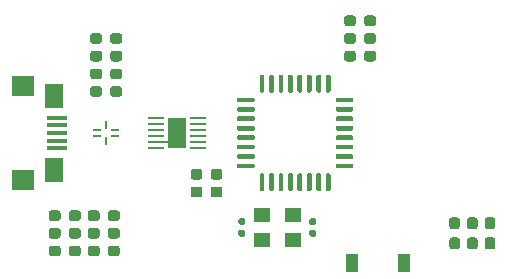
<source format=gtp>
G04 #@! TF.GenerationSoftware,KiCad,Pcbnew,(5.1.9-0-10_14)*
G04 #@! TF.CreationDate,2021-04-11T20:07:46+09:00*
G04 #@! TF.ProjectId,usbCAN,75736243-414e-42e6-9b69-6361645f7063,V1.0*
G04 #@! TF.SameCoordinates,Original*
G04 #@! TF.FileFunction,Paste,Top*
G04 #@! TF.FilePolarity,Positive*
%FSLAX46Y46*%
G04 Gerber Fmt 4.6, Leading zero omitted, Abs format (unit mm)*
G04 Created by KiCad (PCBNEW (5.1.9-0-10_14)) date 2021-04-11 20:07:46*
%MOMM*%
%LPD*%
G01*
G04 APERTURE LIST*
%ADD10R,0.350000X0.150000*%
%ADD11R,1.400000X0.150000*%
%ADD12R,1.500000X2.500000*%
%ADD13R,1.350000X1.200000*%
%ADD14R,0.200000X0.700000*%
%ADD15R,0.675000X0.200000*%
%ADD16R,1.000000X1.600000*%
%ADD17R,1.750000X0.300000*%
%ADD18R,1.600000X2.100000*%
%ADD19R,1.900000X1.800000*%
G04 APERTURE END LIST*
G36*
G01*
X-22350000Y3275000D02*
X-22350000Y3725000D01*
G75*
G02*
X-22125000Y3950000I225000J0D01*
G01*
X-21575000Y3950000D01*
G75*
G02*
X-21350000Y3725000I0J-225000D01*
G01*
X-21350000Y3275000D01*
G75*
G02*
X-21575000Y3050000I-225000J0D01*
G01*
X-22125000Y3050000D01*
G75*
G02*
X-22350000Y3275000I0J225000D01*
G01*
G37*
G36*
G01*
X-20650000Y3275000D02*
X-20650000Y3725000D01*
G75*
G02*
X-20425000Y3950000I225000J0D01*
G01*
X-19875000Y3950000D01*
G75*
G02*
X-19650000Y3725000I0J-225000D01*
G01*
X-19650000Y3275000D01*
G75*
G02*
X-19875000Y3050000I-225000J0D01*
G01*
X-20425000Y3050000D01*
G75*
G02*
X-20650000Y3275000I0J225000D01*
G01*
G37*
D10*
X-15925000Y-750000D03*
D11*
X-16800000Y1250000D03*
X-16800000Y750000D03*
X-16800000Y250000D03*
X-16800000Y-250000D03*
X-16800000Y-750000D03*
X-16800000Y-1250000D03*
X-13200000Y-1250000D03*
X-13200000Y-750000D03*
X-13200000Y-250000D03*
X-13200000Y250000D03*
X-13200000Y750000D03*
X-13200000Y1250000D03*
D12*
X-15000000Y0D03*
D13*
X-7800000Y-6950000D03*
X-5200000Y-6950000D03*
X-5200000Y-9050000D03*
X-7800000Y-9050000D03*
G36*
G01*
X-8525000Y-3000000D02*
X-9825000Y-3000000D01*
G75*
G02*
X-9925000Y-2900000I0J100000D01*
G01*
X-9925000Y-2700000D01*
G75*
G02*
X-9825000Y-2600000I100000J0D01*
G01*
X-8525000Y-2600000D01*
G75*
G02*
X-8425000Y-2700000I0J-100000D01*
G01*
X-8425000Y-2900000D01*
G75*
G02*
X-8525000Y-3000000I-100000J0D01*
G01*
G37*
G36*
G01*
X-8525000Y-2200000D02*
X-9825000Y-2200000D01*
G75*
G02*
X-9925000Y-2100000I0J100000D01*
G01*
X-9925000Y-1900000D01*
G75*
G02*
X-9825000Y-1800000I100000J0D01*
G01*
X-8525000Y-1800000D01*
G75*
G02*
X-8425000Y-1900000I0J-100000D01*
G01*
X-8425000Y-2100000D01*
G75*
G02*
X-8525000Y-2200000I-100000J0D01*
G01*
G37*
G36*
G01*
X-8525000Y-1400000D02*
X-9825000Y-1400000D01*
G75*
G02*
X-9925000Y-1300000I0J100000D01*
G01*
X-9925000Y-1100000D01*
G75*
G02*
X-9825000Y-1000000I100000J0D01*
G01*
X-8525000Y-1000000D01*
G75*
G02*
X-8425000Y-1100000I0J-100000D01*
G01*
X-8425000Y-1300000D01*
G75*
G02*
X-8525000Y-1400000I-100000J0D01*
G01*
G37*
G36*
G01*
X-8525000Y-600000D02*
X-9825000Y-600000D01*
G75*
G02*
X-9925000Y-500000I0J100000D01*
G01*
X-9925000Y-300000D01*
G75*
G02*
X-9825000Y-200000I100000J0D01*
G01*
X-8525000Y-200000D01*
G75*
G02*
X-8425000Y-300000I0J-100000D01*
G01*
X-8425000Y-500000D01*
G75*
G02*
X-8525000Y-600000I-100000J0D01*
G01*
G37*
G36*
G01*
X-8525000Y200000D02*
X-9825000Y200000D01*
G75*
G02*
X-9925000Y300000I0J100000D01*
G01*
X-9925000Y500000D01*
G75*
G02*
X-9825000Y600000I100000J0D01*
G01*
X-8525000Y600000D01*
G75*
G02*
X-8425000Y500000I0J-100000D01*
G01*
X-8425000Y300000D01*
G75*
G02*
X-8525000Y200000I-100000J0D01*
G01*
G37*
G36*
G01*
X-8525000Y1000000D02*
X-9825000Y1000000D01*
G75*
G02*
X-9925000Y1100000I0J100000D01*
G01*
X-9925000Y1300000D01*
G75*
G02*
X-9825000Y1400000I100000J0D01*
G01*
X-8525000Y1400000D01*
G75*
G02*
X-8425000Y1300000I0J-100000D01*
G01*
X-8425000Y1100000D01*
G75*
G02*
X-8525000Y1000000I-100000J0D01*
G01*
G37*
G36*
G01*
X-8525000Y1800000D02*
X-9825000Y1800000D01*
G75*
G02*
X-9925000Y1900000I0J100000D01*
G01*
X-9925000Y2100000D01*
G75*
G02*
X-9825000Y2200000I100000J0D01*
G01*
X-8525000Y2200000D01*
G75*
G02*
X-8425000Y2100000I0J-100000D01*
G01*
X-8425000Y1900000D01*
G75*
G02*
X-8525000Y1800000I-100000J0D01*
G01*
G37*
G36*
G01*
X-8525000Y2600000D02*
X-9825000Y2600000D01*
G75*
G02*
X-9925000Y2700000I0J100000D01*
G01*
X-9925000Y2900000D01*
G75*
G02*
X-9825000Y3000000I100000J0D01*
G01*
X-8525000Y3000000D01*
G75*
G02*
X-8425000Y2900000I0J-100000D01*
G01*
X-8425000Y2700000D01*
G75*
G02*
X-8525000Y2600000I-100000J0D01*
G01*
G37*
G36*
G01*
X-7700000Y3425000D02*
X-7900000Y3425000D01*
G75*
G02*
X-8000000Y3525000I0J100000D01*
G01*
X-8000000Y4825000D01*
G75*
G02*
X-7900000Y4925000I100000J0D01*
G01*
X-7700000Y4925000D01*
G75*
G02*
X-7600000Y4825000I0J-100000D01*
G01*
X-7600000Y3525000D01*
G75*
G02*
X-7700000Y3425000I-100000J0D01*
G01*
G37*
G36*
G01*
X-6900000Y3425000D02*
X-7100000Y3425000D01*
G75*
G02*
X-7200000Y3525000I0J100000D01*
G01*
X-7200000Y4825000D01*
G75*
G02*
X-7100000Y4925000I100000J0D01*
G01*
X-6900000Y4925000D01*
G75*
G02*
X-6800000Y4825000I0J-100000D01*
G01*
X-6800000Y3525000D01*
G75*
G02*
X-6900000Y3425000I-100000J0D01*
G01*
G37*
G36*
G01*
X-6100000Y3425000D02*
X-6300000Y3425000D01*
G75*
G02*
X-6400000Y3525000I0J100000D01*
G01*
X-6400000Y4825000D01*
G75*
G02*
X-6300000Y4925000I100000J0D01*
G01*
X-6100000Y4925000D01*
G75*
G02*
X-6000000Y4825000I0J-100000D01*
G01*
X-6000000Y3525000D01*
G75*
G02*
X-6100000Y3425000I-100000J0D01*
G01*
G37*
G36*
G01*
X-5300000Y3425000D02*
X-5500000Y3425000D01*
G75*
G02*
X-5600000Y3525000I0J100000D01*
G01*
X-5600000Y4825000D01*
G75*
G02*
X-5500000Y4925000I100000J0D01*
G01*
X-5300000Y4925000D01*
G75*
G02*
X-5200000Y4825000I0J-100000D01*
G01*
X-5200000Y3525000D01*
G75*
G02*
X-5300000Y3425000I-100000J0D01*
G01*
G37*
G36*
G01*
X-4500000Y3425000D02*
X-4700000Y3425000D01*
G75*
G02*
X-4800000Y3525000I0J100000D01*
G01*
X-4800000Y4825000D01*
G75*
G02*
X-4700000Y4925000I100000J0D01*
G01*
X-4500000Y4925000D01*
G75*
G02*
X-4400000Y4825000I0J-100000D01*
G01*
X-4400000Y3525000D01*
G75*
G02*
X-4500000Y3425000I-100000J0D01*
G01*
G37*
G36*
G01*
X-3700000Y3425000D02*
X-3900000Y3425000D01*
G75*
G02*
X-4000000Y3525000I0J100000D01*
G01*
X-4000000Y4825000D01*
G75*
G02*
X-3900000Y4925000I100000J0D01*
G01*
X-3700000Y4925000D01*
G75*
G02*
X-3600000Y4825000I0J-100000D01*
G01*
X-3600000Y3525000D01*
G75*
G02*
X-3700000Y3425000I-100000J0D01*
G01*
G37*
G36*
G01*
X-2900000Y3425000D02*
X-3100000Y3425000D01*
G75*
G02*
X-3200000Y3525000I0J100000D01*
G01*
X-3200000Y4825000D01*
G75*
G02*
X-3100000Y4925000I100000J0D01*
G01*
X-2900000Y4925000D01*
G75*
G02*
X-2800000Y4825000I0J-100000D01*
G01*
X-2800000Y3525000D01*
G75*
G02*
X-2900000Y3425000I-100000J0D01*
G01*
G37*
G36*
G01*
X-2100000Y3425000D02*
X-2300000Y3425000D01*
G75*
G02*
X-2400000Y3525000I0J100000D01*
G01*
X-2400000Y4825000D01*
G75*
G02*
X-2300000Y4925000I100000J0D01*
G01*
X-2100000Y4925000D01*
G75*
G02*
X-2000000Y4825000I0J-100000D01*
G01*
X-2000000Y3525000D01*
G75*
G02*
X-2100000Y3425000I-100000J0D01*
G01*
G37*
G36*
G01*
X-175000Y2600000D02*
X-1475000Y2600000D01*
G75*
G02*
X-1575000Y2700000I0J100000D01*
G01*
X-1575000Y2900000D01*
G75*
G02*
X-1475000Y3000000I100000J0D01*
G01*
X-175000Y3000000D01*
G75*
G02*
X-75000Y2900000I0J-100000D01*
G01*
X-75000Y2700000D01*
G75*
G02*
X-175000Y2600000I-100000J0D01*
G01*
G37*
G36*
G01*
X-175000Y1800000D02*
X-1475000Y1800000D01*
G75*
G02*
X-1575000Y1900000I0J100000D01*
G01*
X-1575000Y2100000D01*
G75*
G02*
X-1475000Y2200000I100000J0D01*
G01*
X-175000Y2200000D01*
G75*
G02*
X-75000Y2100000I0J-100000D01*
G01*
X-75000Y1900000D01*
G75*
G02*
X-175000Y1800000I-100000J0D01*
G01*
G37*
G36*
G01*
X-175000Y1000000D02*
X-1475000Y1000000D01*
G75*
G02*
X-1575000Y1100000I0J100000D01*
G01*
X-1575000Y1300000D01*
G75*
G02*
X-1475000Y1400000I100000J0D01*
G01*
X-175000Y1400000D01*
G75*
G02*
X-75000Y1300000I0J-100000D01*
G01*
X-75000Y1100000D01*
G75*
G02*
X-175000Y1000000I-100000J0D01*
G01*
G37*
G36*
G01*
X-175000Y200000D02*
X-1475000Y200000D01*
G75*
G02*
X-1575000Y300000I0J100000D01*
G01*
X-1575000Y500000D01*
G75*
G02*
X-1475000Y600000I100000J0D01*
G01*
X-175000Y600000D01*
G75*
G02*
X-75000Y500000I0J-100000D01*
G01*
X-75000Y300000D01*
G75*
G02*
X-175000Y200000I-100000J0D01*
G01*
G37*
G36*
G01*
X-175000Y-600000D02*
X-1475000Y-600000D01*
G75*
G02*
X-1575000Y-500000I0J100000D01*
G01*
X-1575000Y-300000D01*
G75*
G02*
X-1475000Y-200000I100000J0D01*
G01*
X-175000Y-200000D01*
G75*
G02*
X-75000Y-300000I0J-100000D01*
G01*
X-75000Y-500000D01*
G75*
G02*
X-175000Y-600000I-100000J0D01*
G01*
G37*
G36*
G01*
X-175000Y-1400000D02*
X-1475000Y-1400000D01*
G75*
G02*
X-1575000Y-1300000I0J100000D01*
G01*
X-1575000Y-1100000D01*
G75*
G02*
X-1475000Y-1000000I100000J0D01*
G01*
X-175000Y-1000000D01*
G75*
G02*
X-75000Y-1100000I0J-100000D01*
G01*
X-75000Y-1300000D01*
G75*
G02*
X-175000Y-1400000I-100000J0D01*
G01*
G37*
G36*
G01*
X-175000Y-2200000D02*
X-1475000Y-2200000D01*
G75*
G02*
X-1575000Y-2100000I0J100000D01*
G01*
X-1575000Y-1900000D01*
G75*
G02*
X-1475000Y-1800000I100000J0D01*
G01*
X-175000Y-1800000D01*
G75*
G02*
X-75000Y-1900000I0J-100000D01*
G01*
X-75000Y-2100000D01*
G75*
G02*
X-175000Y-2200000I-100000J0D01*
G01*
G37*
G36*
G01*
X-175000Y-3000000D02*
X-1475000Y-3000000D01*
G75*
G02*
X-1575000Y-2900000I0J100000D01*
G01*
X-1575000Y-2700000D01*
G75*
G02*
X-1475000Y-2600000I100000J0D01*
G01*
X-175000Y-2600000D01*
G75*
G02*
X-75000Y-2700000I0J-100000D01*
G01*
X-75000Y-2900000D01*
G75*
G02*
X-175000Y-3000000I-100000J0D01*
G01*
G37*
G36*
G01*
X-2100000Y-4925000D02*
X-2300000Y-4925000D01*
G75*
G02*
X-2400000Y-4825000I0J100000D01*
G01*
X-2400000Y-3525000D01*
G75*
G02*
X-2300000Y-3425000I100000J0D01*
G01*
X-2100000Y-3425000D01*
G75*
G02*
X-2000000Y-3525000I0J-100000D01*
G01*
X-2000000Y-4825000D01*
G75*
G02*
X-2100000Y-4925000I-100000J0D01*
G01*
G37*
G36*
G01*
X-2900000Y-4925000D02*
X-3100000Y-4925000D01*
G75*
G02*
X-3200000Y-4825000I0J100000D01*
G01*
X-3200000Y-3525000D01*
G75*
G02*
X-3100000Y-3425000I100000J0D01*
G01*
X-2900000Y-3425000D01*
G75*
G02*
X-2800000Y-3525000I0J-100000D01*
G01*
X-2800000Y-4825000D01*
G75*
G02*
X-2900000Y-4925000I-100000J0D01*
G01*
G37*
G36*
G01*
X-3700000Y-4925000D02*
X-3900000Y-4925000D01*
G75*
G02*
X-4000000Y-4825000I0J100000D01*
G01*
X-4000000Y-3525000D01*
G75*
G02*
X-3900000Y-3425000I100000J0D01*
G01*
X-3700000Y-3425000D01*
G75*
G02*
X-3600000Y-3525000I0J-100000D01*
G01*
X-3600000Y-4825000D01*
G75*
G02*
X-3700000Y-4925000I-100000J0D01*
G01*
G37*
G36*
G01*
X-4500000Y-4925000D02*
X-4700000Y-4925000D01*
G75*
G02*
X-4800000Y-4825000I0J100000D01*
G01*
X-4800000Y-3525000D01*
G75*
G02*
X-4700000Y-3425000I100000J0D01*
G01*
X-4500000Y-3425000D01*
G75*
G02*
X-4400000Y-3525000I0J-100000D01*
G01*
X-4400000Y-4825000D01*
G75*
G02*
X-4500000Y-4925000I-100000J0D01*
G01*
G37*
G36*
G01*
X-5300000Y-4925000D02*
X-5500000Y-4925000D01*
G75*
G02*
X-5600000Y-4825000I0J100000D01*
G01*
X-5600000Y-3525000D01*
G75*
G02*
X-5500000Y-3425000I100000J0D01*
G01*
X-5300000Y-3425000D01*
G75*
G02*
X-5200000Y-3525000I0J-100000D01*
G01*
X-5200000Y-4825000D01*
G75*
G02*
X-5300000Y-4925000I-100000J0D01*
G01*
G37*
G36*
G01*
X-6100000Y-4925000D02*
X-6300000Y-4925000D01*
G75*
G02*
X-6400000Y-4825000I0J100000D01*
G01*
X-6400000Y-3525000D01*
G75*
G02*
X-6300000Y-3425000I100000J0D01*
G01*
X-6100000Y-3425000D01*
G75*
G02*
X-6000000Y-3525000I0J-100000D01*
G01*
X-6000000Y-4825000D01*
G75*
G02*
X-6100000Y-4925000I-100000J0D01*
G01*
G37*
G36*
G01*
X-6900000Y-4925000D02*
X-7100000Y-4925000D01*
G75*
G02*
X-7200000Y-4825000I0J100000D01*
G01*
X-7200000Y-3525000D01*
G75*
G02*
X-7100000Y-3425000I100000J0D01*
G01*
X-6900000Y-3425000D01*
G75*
G02*
X-6800000Y-3525000I0J-100000D01*
G01*
X-6800000Y-4825000D01*
G75*
G02*
X-6900000Y-4925000I-100000J0D01*
G01*
G37*
G36*
G01*
X-7700000Y-4925000D02*
X-7900000Y-4925000D01*
G75*
G02*
X-8000000Y-4825000I0J100000D01*
G01*
X-8000000Y-3525000D01*
G75*
G02*
X-7900000Y-3425000I100000J0D01*
G01*
X-7700000Y-3425000D01*
G75*
G02*
X-7600000Y-3525000I0J-100000D01*
G01*
X-7600000Y-4825000D01*
G75*
G02*
X-7700000Y-4925000I-100000J0D01*
G01*
G37*
D14*
X-21000000Y-650000D03*
D15*
X-20212500Y-275000D03*
X-20212500Y275000D03*
D14*
X-21000000Y650000D03*
D15*
X-21787500Y275000D03*
X-21787500Y-275000D03*
D16*
X-200000Y-11000000D03*
X4200000Y-11000000D03*
G36*
G01*
X-11150000Y-3275000D02*
X-11150000Y-3725000D01*
G75*
G02*
X-11375000Y-3950000I-225000J0D01*
G01*
X-11925000Y-3950000D01*
G75*
G02*
X-12150000Y-3725000I0J225000D01*
G01*
X-12150000Y-3275000D01*
G75*
G02*
X-11925000Y-3050000I225000J0D01*
G01*
X-11375000Y-3050000D01*
G75*
G02*
X-11150000Y-3275000I0J-225000D01*
G01*
G37*
G36*
G01*
X-12850000Y-3275000D02*
X-12850000Y-3725000D01*
G75*
G02*
X-13075000Y-3950000I-225000J0D01*
G01*
X-13625000Y-3950000D01*
G75*
G02*
X-13850000Y-3725000I0J225000D01*
G01*
X-13850000Y-3275000D01*
G75*
G02*
X-13625000Y-3050000I225000J0D01*
G01*
X-13075000Y-3050000D01*
G75*
G02*
X-12850000Y-3275000I0J-225000D01*
G01*
G37*
G36*
G01*
X-23150000Y-9775000D02*
X-23150000Y-10225000D01*
G75*
G02*
X-23375000Y-10450000I-225000J0D01*
G01*
X-23925000Y-10450000D01*
G75*
G02*
X-24150000Y-10225000I0J225000D01*
G01*
X-24150000Y-9775000D01*
G75*
G02*
X-23925000Y-9550000I225000J0D01*
G01*
X-23375000Y-9550000D01*
G75*
G02*
X-23150000Y-9775000I0J-225000D01*
G01*
G37*
G36*
G01*
X-24850000Y-9775000D02*
X-24850000Y-10225000D01*
G75*
G02*
X-25075000Y-10450000I-225000J0D01*
G01*
X-25625000Y-10450000D01*
G75*
G02*
X-25850000Y-10225000I0J225000D01*
G01*
X-25850000Y-9775000D01*
G75*
G02*
X-25625000Y-9550000I225000J0D01*
G01*
X-25075000Y-9550000D01*
G75*
G02*
X-24850000Y-9775000I0J-225000D01*
G01*
G37*
G36*
G01*
X-23150000Y-8275000D02*
X-23150000Y-8725000D01*
G75*
G02*
X-23375000Y-8950000I-225000J0D01*
G01*
X-23925000Y-8950000D01*
G75*
G02*
X-24150000Y-8725000I0J225000D01*
G01*
X-24150000Y-8275000D01*
G75*
G02*
X-23925000Y-8050000I225000J0D01*
G01*
X-23375000Y-8050000D01*
G75*
G02*
X-23150000Y-8275000I0J-225000D01*
G01*
G37*
G36*
G01*
X-24850000Y-8275000D02*
X-24850000Y-8725000D01*
G75*
G02*
X-25075000Y-8950000I-225000J0D01*
G01*
X-25625000Y-8950000D01*
G75*
G02*
X-25850000Y-8725000I0J225000D01*
G01*
X-25850000Y-8275000D01*
G75*
G02*
X-25625000Y-8050000I225000J0D01*
G01*
X-25075000Y-8050000D01*
G75*
G02*
X-24850000Y-8275000I0J-225000D01*
G01*
G37*
G36*
G01*
X11725000Y-9850000D02*
X11275000Y-9850000D01*
G75*
G02*
X11050000Y-9625000I0J225000D01*
G01*
X11050000Y-9075000D01*
G75*
G02*
X11275000Y-8850000I225000J0D01*
G01*
X11725000Y-8850000D01*
G75*
G02*
X11950000Y-9075000I0J-225000D01*
G01*
X11950000Y-9625000D01*
G75*
G02*
X11725000Y-9850000I-225000J0D01*
G01*
G37*
G36*
G01*
X11725000Y-8150000D02*
X11275000Y-8150000D01*
G75*
G02*
X11050000Y-7925000I0J225000D01*
G01*
X11050000Y-7375000D01*
G75*
G02*
X11275000Y-7150000I225000J0D01*
G01*
X11725000Y-7150000D01*
G75*
G02*
X11950000Y-7375000I0J-225000D01*
G01*
X11950000Y-7925000D01*
G75*
G02*
X11725000Y-8150000I-225000J0D01*
G01*
G37*
G36*
G01*
X8275000Y-7150000D02*
X8725000Y-7150000D01*
G75*
G02*
X8950000Y-7375000I0J-225000D01*
G01*
X8950000Y-7925000D01*
G75*
G02*
X8725000Y-8150000I-225000J0D01*
G01*
X8275000Y-8150000D01*
G75*
G02*
X8050000Y-7925000I0J225000D01*
G01*
X8050000Y-7375000D01*
G75*
G02*
X8275000Y-7150000I225000J0D01*
G01*
G37*
G36*
G01*
X8275000Y-8850000D02*
X8725000Y-8850000D01*
G75*
G02*
X8950000Y-9075000I0J-225000D01*
G01*
X8950000Y-9625000D01*
G75*
G02*
X8725000Y-9850000I-225000J0D01*
G01*
X8275000Y-9850000D01*
G75*
G02*
X8050000Y-9625000I0J225000D01*
G01*
X8050000Y-9075000D01*
G75*
G02*
X8275000Y-8850000I225000J0D01*
G01*
G37*
G36*
G01*
X1850000Y9725000D02*
X1850000Y9275000D01*
G75*
G02*
X1625000Y9050000I-225000J0D01*
G01*
X1075000Y9050000D01*
G75*
G02*
X850000Y9275000I0J225000D01*
G01*
X850000Y9725000D01*
G75*
G02*
X1075000Y9950000I225000J0D01*
G01*
X1625000Y9950000D01*
G75*
G02*
X1850000Y9725000I0J-225000D01*
G01*
G37*
G36*
G01*
X150000Y9725000D02*
X150000Y9275000D01*
G75*
G02*
X-75000Y9050000I-225000J0D01*
G01*
X-625000Y9050000D01*
G75*
G02*
X-850000Y9275000I0J225000D01*
G01*
X-850000Y9725000D01*
G75*
G02*
X-625000Y9950000I225000J0D01*
G01*
X-75000Y9950000D01*
G75*
G02*
X150000Y9725000I0J-225000D01*
G01*
G37*
G36*
G01*
X-23150000Y-6775000D02*
X-23150000Y-7225000D01*
G75*
G02*
X-23375000Y-7450000I-225000J0D01*
G01*
X-23925000Y-7450000D01*
G75*
G02*
X-24150000Y-7225000I0J225000D01*
G01*
X-24150000Y-6775000D01*
G75*
G02*
X-23925000Y-6550000I225000J0D01*
G01*
X-23375000Y-6550000D01*
G75*
G02*
X-23150000Y-6775000I0J-225000D01*
G01*
G37*
G36*
G01*
X-24850000Y-6775000D02*
X-24850000Y-7225000D01*
G75*
G02*
X-25075000Y-7450000I-225000J0D01*
G01*
X-25625000Y-7450000D01*
G75*
G02*
X-25850000Y-7225000I0J225000D01*
G01*
X-25850000Y-6775000D01*
G75*
G02*
X-25625000Y-6550000I225000J0D01*
G01*
X-25075000Y-6550000D01*
G75*
G02*
X-24850000Y-6775000I0J-225000D01*
G01*
G37*
G36*
G01*
X-19650000Y5225000D02*
X-19650000Y4775000D01*
G75*
G02*
X-19875000Y4550000I-225000J0D01*
G01*
X-20425000Y4550000D01*
G75*
G02*
X-20650000Y4775000I0J225000D01*
G01*
X-20650000Y5225000D01*
G75*
G02*
X-20425000Y5450000I225000J0D01*
G01*
X-19875000Y5450000D01*
G75*
G02*
X-19650000Y5225000I0J-225000D01*
G01*
G37*
G36*
G01*
X-21350000Y5225000D02*
X-21350000Y4775000D01*
G75*
G02*
X-21575000Y4550000I-225000J0D01*
G01*
X-22125000Y4550000D01*
G75*
G02*
X-22350000Y4775000I0J225000D01*
G01*
X-22350000Y5225000D01*
G75*
G02*
X-22125000Y5450000I225000J0D01*
G01*
X-21575000Y5450000D01*
G75*
G02*
X-21350000Y5225000I0J-225000D01*
G01*
G37*
D17*
X-25125000Y1300000D03*
X-25125000Y650000D03*
X-25125000Y0D03*
X-25125000Y-650000D03*
X-25150000Y-1300000D03*
D18*
X-25450000Y3100000D03*
X-25450000Y-3100000D03*
D19*
X-28000000Y4000000D03*
X-28000000Y-4000000D03*
G36*
G01*
X-19850000Y-9775000D02*
X-19850000Y-10225000D01*
G75*
G02*
X-20075000Y-10450000I-225000J0D01*
G01*
X-20625000Y-10450000D01*
G75*
G02*
X-20850000Y-10225000I0J225000D01*
G01*
X-20850000Y-9775000D01*
G75*
G02*
X-20625000Y-9550000I225000J0D01*
G01*
X-20075000Y-9550000D01*
G75*
G02*
X-19850000Y-9775000I0J-225000D01*
G01*
G37*
G36*
G01*
X-21550000Y-9775000D02*
X-21550000Y-10225000D01*
G75*
G02*
X-21775000Y-10450000I-225000J0D01*
G01*
X-22325000Y-10450000D01*
G75*
G02*
X-22550000Y-10225000I0J225000D01*
G01*
X-22550000Y-9775000D01*
G75*
G02*
X-22325000Y-9550000I225000J0D01*
G01*
X-21775000Y-9550000D01*
G75*
G02*
X-21550000Y-9775000I0J-225000D01*
G01*
G37*
G36*
G01*
X-19850000Y-8275000D02*
X-19850000Y-8725000D01*
G75*
G02*
X-20075000Y-8950000I-225000J0D01*
G01*
X-20625000Y-8950000D01*
G75*
G02*
X-20850000Y-8725000I0J225000D01*
G01*
X-20850000Y-8275000D01*
G75*
G02*
X-20625000Y-8050000I225000J0D01*
G01*
X-20075000Y-8050000D01*
G75*
G02*
X-19850000Y-8275000I0J-225000D01*
G01*
G37*
G36*
G01*
X-21550000Y-8275000D02*
X-21550000Y-8725000D01*
G75*
G02*
X-21775000Y-8950000I-225000J0D01*
G01*
X-22325000Y-8950000D01*
G75*
G02*
X-22550000Y-8725000I0J225000D01*
G01*
X-22550000Y-8275000D01*
G75*
G02*
X-22325000Y-8050000I225000J0D01*
G01*
X-21775000Y-8050000D01*
G75*
G02*
X-21550000Y-8275000I0J-225000D01*
G01*
G37*
G36*
G01*
X-19850000Y-6775000D02*
X-19850000Y-7225000D01*
G75*
G02*
X-20075000Y-7450000I-225000J0D01*
G01*
X-20625000Y-7450000D01*
G75*
G02*
X-20850000Y-7225000I0J225000D01*
G01*
X-20850000Y-6775000D01*
G75*
G02*
X-20625000Y-6550000I225000J0D01*
G01*
X-20075000Y-6550000D01*
G75*
G02*
X-19850000Y-6775000I0J-225000D01*
G01*
G37*
G36*
G01*
X-21550000Y-6775000D02*
X-21550000Y-7225000D01*
G75*
G02*
X-21775000Y-7450000I-225000J0D01*
G01*
X-22325000Y-7450000D01*
G75*
G02*
X-22550000Y-7225000I0J225000D01*
G01*
X-22550000Y-6775000D01*
G75*
G02*
X-22325000Y-6550000I225000J0D01*
G01*
X-21775000Y-6550000D01*
G75*
G02*
X-21550000Y-6775000I0J-225000D01*
G01*
G37*
G36*
G01*
X1850000Y6725000D02*
X1850000Y6275000D01*
G75*
G02*
X1625000Y6050000I-225000J0D01*
G01*
X1075000Y6050000D01*
G75*
G02*
X850000Y6275000I0J225000D01*
G01*
X850000Y6725000D01*
G75*
G02*
X1075000Y6950000I225000J0D01*
G01*
X1625000Y6950000D01*
G75*
G02*
X1850000Y6725000I0J-225000D01*
G01*
G37*
G36*
G01*
X150000Y6725000D02*
X150000Y6275000D01*
G75*
G02*
X-75000Y6050000I-225000J0D01*
G01*
X-625000Y6050000D01*
G75*
G02*
X-850000Y6275000I0J225000D01*
G01*
X-850000Y6725000D01*
G75*
G02*
X-625000Y6950000I225000J0D01*
G01*
X-75000Y6950000D01*
G75*
G02*
X150000Y6725000I0J-225000D01*
G01*
G37*
G36*
G01*
X-13850000Y-5225000D02*
X-13850000Y-4775000D01*
G75*
G02*
X-13625000Y-4550000I225000J0D01*
G01*
X-13075000Y-4550000D01*
G75*
G02*
X-12850000Y-4775000I0J-225000D01*
G01*
X-12850000Y-5225000D01*
G75*
G02*
X-13075000Y-5450000I-225000J0D01*
G01*
X-13625000Y-5450000D01*
G75*
G02*
X-13850000Y-5225000I0J225000D01*
G01*
G37*
G36*
G01*
X-12150000Y-5225000D02*
X-12150000Y-4775000D01*
G75*
G02*
X-11925000Y-4550000I225000J0D01*
G01*
X-11375000Y-4550000D01*
G75*
G02*
X-11150000Y-4775000I0J-225000D01*
G01*
X-11150000Y-5225000D01*
G75*
G02*
X-11375000Y-5450000I-225000J0D01*
G01*
X-11925000Y-5450000D01*
G75*
G02*
X-12150000Y-5225000I0J225000D01*
G01*
G37*
G36*
G01*
X-3350000Y-8800000D02*
X-3650000Y-8800000D01*
G75*
G02*
X-3800000Y-8650000I0J150000D01*
G01*
X-3800000Y-8350000D01*
G75*
G02*
X-3650000Y-8200000I150000J0D01*
G01*
X-3350000Y-8200000D01*
G75*
G02*
X-3200000Y-8350000I0J-150000D01*
G01*
X-3200000Y-8650000D01*
G75*
G02*
X-3350000Y-8800000I-150000J0D01*
G01*
G37*
G36*
G01*
X-3350000Y-7800000D02*
X-3650000Y-7800000D01*
G75*
G02*
X-3800000Y-7650000I0J150000D01*
G01*
X-3800000Y-7350000D01*
G75*
G02*
X-3650000Y-7200000I150000J0D01*
G01*
X-3350000Y-7200000D01*
G75*
G02*
X-3200000Y-7350000I0J-150000D01*
G01*
X-3200000Y-7650000D01*
G75*
G02*
X-3350000Y-7800000I-150000J0D01*
G01*
G37*
G36*
G01*
X-9650000Y-7200000D02*
X-9350000Y-7200000D01*
G75*
G02*
X-9200000Y-7350000I0J-150000D01*
G01*
X-9200000Y-7650000D01*
G75*
G02*
X-9350000Y-7800000I-150000J0D01*
G01*
X-9650000Y-7800000D01*
G75*
G02*
X-9800000Y-7650000I0J150000D01*
G01*
X-9800000Y-7350000D01*
G75*
G02*
X-9650000Y-7200000I150000J0D01*
G01*
G37*
G36*
G01*
X-9650000Y-8200000D02*
X-9350000Y-8200000D01*
G75*
G02*
X-9200000Y-8350000I0J-150000D01*
G01*
X-9200000Y-8650000D01*
G75*
G02*
X-9350000Y-8800000I-150000J0D01*
G01*
X-9650000Y-8800000D01*
G75*
G02*
X-9800000Y-8650000I0J150000D01*
G01*
X-9800000Y-8350000D01*
G75*
G02*
X-9650000Y-8200000I150000J0D01*
G01*
G37*
G36*
G01*
X10225000Y-9850000D02*
X9775000Y-9850000D01*
G75*
G02*
X9550000Y-9625000I0J225000D01*
G01*
X9550000Y-9075000D01*
G75*
G02*
X9775000Y-8850000I225000J0D01*
G01*
X10225000Y-8850000D01*
G75*
G02*
X10450000Y-9075000I0J-225000D01*
G01*
X10450000Y-9625000D01*
G75*
G02*
X10225000Y-9850000I-225000J0D01*
G01*
G37*
G36*
G01*
X10225000Y-8150000D02*
X9775000Y-8150000D01*
G75*
G02*
X9550000Y-7925000I0J225000D01*
G01*
X9550000Y-7375000D01*
G75*
G02*
X9775000Y-7150000I225000J0D01*
G01*
X10225000Y-7150000D01*
G75*
G02*
X10450000Y-7375000I0J-225000D01*
G01*
X10450000Y-7925000D01*
G75*
G02*
X10225000Y-8150000I-225000J0D01*
G01*
G37*
G36*
G01*
X1850000Y8225000D02*
X1850000Y7775000D01*
G75*
G02*
X1625000Y7550000I-225000J0D01*
G01*
X1075000Y7550000D01*
G75*
G02*
X850000Y7775000I0J225000D01*
G01*
X850000Y8225000D01*
G75*
G02*
X1075000Y8450000I225000J0D01*
G01*
X1625000Y8450000D01*
G75*
G02*
X1850000Y8225000I0J-225000D01*
G01*
G37*
G36*
G01*
X150000Y8225000D02*
X150000Y7775000D01*
G75*
G02*
X-75000Y7550000I-225000J0D01*
G01*
X-625000Y7550000D01*
G75*
G02*
X-850000Y7775000I0J225000D01*
G01*
X-850000Y8225000D01*
G75*
G02*
X-625000Y8450000I225000J0D01*
G01*
X-75000Y8450000D01*
G75*
G02*
X150000Y8225000I0J-225000D01*
G01*
G37*
G36*
G01*
X-22350000Y7775000D02*
X-22350000Y8225000D01*
G75*
G02*
X-22125000Y8450000I225000J0D01*
G01*
X-21575000Y8450000D01*
G75*
G02*
X-21350000Y8225000I0J-225000D01*
G01*
X-21350000Y7775000D01*
G75*
G02*
X-21575000Y7550000I-225000J0D01*
G01*
X-22125000Y7550000D01*
G75*
G02*
X-22350000Y7775000I0J225000D01*
G01*
G37*
G36*
G01*
X-20650000Y7775000D02*
X-20650000Y8225000D01*
G75*
G02*
X-20425000Y8450000I225000J0D01*
G01*
X-19875000Y8450000D01*
G75*
G02*
X-19650000Y8225000I0J-225000D01*
G01*
X-19650000Y7775000D01*
G75*
G02*
X-19875000Y7550000I-225000J0D01*
G01*
X-20425000Y7550000D01*
G75*
G02*
X-20650000Y7775000I0J225000D01*
G01*
G37*
G36*
G01*
X-22350000Y6275000D02*
X-22350000Y6725000D01*
G75*
G02*
X-22125000Y6950000I225000J0D01*
G01*
X-21575000Y6950000D01*
G75*
G02*
X-21350000Y6725000I0J-225000D01*
G01*
X-21350000Y6275000D01*
G75*
G02*
X-21575000Y6050000I-225000J0D01*
G01*
X-22125000Y6050000D01*
G75*
G02*
X-22350000Y6275000I0J225000D01*
G01*
G37*
G36*
G01*
X-20650000Y6275000D02*
X-20650000Y6725000D01*
G75*
G02*
X-20425000Y6950000I225000J0D01*
G01*
X-19875000Y6950000D01*
G75*
G02*
X-19650000Y6725000I0J-225000D01*
G01*
X-19650000Y6275000D01*
G75*
G02*
X-19875000Y6050000I-225000J0D01*
G01*
X-20425000Y6050000D01*
G75*
G02*
X-20650000Y6275000I0J225000D01*
G01*
G37*
M02*

</source>
